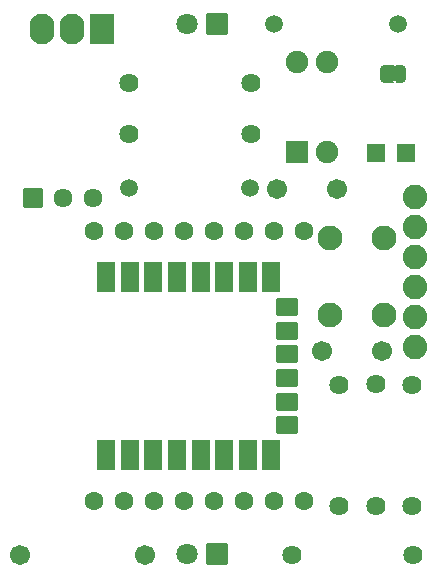
<source format=gts>
G04 Layer: TopSolderMaskLayer*
G04 EasyEDA v6.5.40, 2024-02-04 03:55:30*
G04 936758304a9441538e57e2a98c5da18a,153482dac41149f1974aef67bcea995d,10*
G04 Gerber Generator version 0.2*
G04 Scale: 100 percent, Rotated: No, Reflected: No *
G04 Dimensions in millimeters *
G04 leading zeros omitted , absolute positions ,4 integer and 5 decimal *
%FSLAX45Y45*%
%MOMM*%

%AMMACRO1*4,1,37,-0.2155,-0.7366,-0.5838,0,-0.2155,0.7366,0.2305,0.7366,0.261,0.7353,0.2938,0.7308,0.326,0.7231,0.3567,0.7125,0.3867,0.6995,0.4152,0.6835,0.4423,0.665,0.468,0.6439,0.4911,0.6208,0.5122,0.5951,0.5307,0.5679,0.5465,0.54,0.5599,0.5095,0.5704,0.4783,0.578,0.4465,0.5825,0.4138,0.5838,0.3833,0.5838,-0.4595,0.5714,-0.5004,0.5592,-0.5304,0.5444,-0.5585,0.5274,-0.5855,0.5079,-0.6109,0.4863,-0.634,0.4624,-0.6558,0.4368,-0.6751,0.4093,-0.6919,0.3806,-0.7061,0.3509,-0.7178,0.3207,-0.7267,0.2892,-0.733,0.2567,-0.7363,0.2287,-0.7366,-0.2155,-0.7366,0*%
%AMMACRO2*4,1,39,-0.2242,-0.7366,-0.2546,-0.7353,-0.2874,-0.7308,-0.3192,-0.7231,-0.3504,-0.7127,-0.3809,-0.6993,-0.4088,-0.6835,-0.436,-0.665,-0.4616,-0.6439,-0.4848,-0.6208,-0.5058,-0.5951,-0.5244,-0.5679,-0.5404,-0.5395,-0.5533,-0.5095,-0.564,-0.4788,-0.5716,-0.4465,-0.5762,-0.4138,-0.5775,-0.3833,-0.5775,0.3833,-0.5762,0.4138,-0.5716,0.4465,-0.564,0.4788,-0.5533,0.5095,-0.5404,0.5395,-0.5244,0.5679,-0.5058,0.5951,-0.4848,0.6208,-0.4616,0.6439,-0.436,0.665,-0.4088,0.6835,-0.3804,0.6995,-0.3504,0.7125,-0.3197,0.7231,-0.2874,0.7308,-0.2546,0.7353,-0.2242,0.7366,0.5775,0.7366,0.2092,0,0.5775,-0.7366,-0.2242,-0.7366,0*%
%AMMACRO3*1,1,$1,$2,$3*1,1,$1,$4,$5*1,1,$1,0-$2,0-$3*1,1,$1,0-$4,0-$5*20,1,$1,$2,$3,$4,$5,0*20,1,$1,$4,$5,0-$2,0-$3,0*20,1,$1,0-$2,0-$3,0-$4,0-$5,0*20,1,$1,0-$4,0-$5,$2,$3,0*4,1,4,$2,$3,$4,$5,0-$2,0-$3,0-$4,0-$5,$2,$3,0*%
%ADD10C,1.7016*%
%ADD11C,2.0828*%
%ADD12C,2.1016*%
%ADD13C,1.6256*%
%ADD14MACRO1*%
%ADD15MACRO2*%
%ADD16C,1.8016*%
%ADD17MACRO3,0.1016X0.85X0.85X0.85X-0.85*%
%ADD18MACRO3,0.1016X0.75X-0.75X-0.75X-0.75*%
%ADD19O,2.101596X2.601595*%
%ADD20MACRO3,0.1016X1.0008X-1.2497X-1.0008X-1.2497*%
%ADD21C,1.5016*%
%ADD22C,1.6080*%
%ADD23MACRO3,0.1016X-0.754X0.754X0.754X0.754*%
%ADD24C,1.6096*%
%ADD25C,1.9016*%
%ADD26MACRO3,0.1016X0.9X-0.9X-0.9X-0.9*%
%ADD27MACRO3,0.1016X0.7X1.25X0.7X-1.25*%
%ADD28MACRO3,0.1016X0.85X-0.7X-0.85X-0.7*%
%ADD29R,1.5016X2.6016*%

%LPD*%
G36*
X3327400Y4394200D02*
G01*
X3295650Y4330700D01*
X3327400Y4267200D01*
X3378200Y4267200D01*
X3346450Y4330700D01*
X3378200Y4394200D01*
G37*
D10*
G01*
X2743200Y1981200D03*
G01*
X3251200Y1981200D03*
D11*
G01*
X3530600Y2019300D03*
G01*
X3530600Y2273300D03*
G01*
X3530600Y2527300D03*
G01*
X3530600Y2781300D03*
G01*
X3530600Y3035300D03*
G01*
X3530600Y3289300D03*
D12*
G01*
X2810306Y2941193D03*
G01*
X2810306Y2291206D03*
G01*
X3260293Y2291206D03*
G01*
X3260293Y2941193D03*
D13*
G01*
X2882900Y1696110D03*
G01*
X2882900Y666089D03*
G01*
X3505200Y1696110D03*
G01*
X3505200Y666089D03*
G01*
X3194050Y1702460D03*
G01*
X3194050Y672439D03*
D10*
G01*
X2362200Y3352800D03*
G01*
X2870200Y3352800D03*
D14*
G01*
X3390303Y4330700D03*
D15*
G01*
X3292436Y4330700D03*
D16*
G01*
X1593850Y4749800D03*
D17*
G01*
X1847848Y4749798D03*
D16*
G01*
X1593850Y266700D03*
D17*
G01*
X1847848Y266698D03*
D18*
G01*
X3200400Y3657600D03*
G01*
X3454400Y3657600D03*
D19*
G01*
X622300Y4711700D03*
G01*
X368300Y4711700D03*
D20*
G01*
X876302Y4711697D03*
D13*
G01*
X2482189Y254000D03*
G01*
X3512210Y254000D03*
D10*
G01*
X186207Y254000D03*
G01*
X1236218Y254000D03*
D13*
G01*
X1103934Y3822700D03*
G01*
X2133955Y3822700D03*
D21*
G01*
X1108938Y3365500D03*
G01*
X2128951Y3365500D03*
D13*
G01*
X1103934Y4254500D03*
G01*
X2133955Y4254500D03*
D21*
G01*
X2332507Y4749800D03*
G01*
X3382492Y4749800D03*
D22*
G01*
X2590800Y2997200D03*
G01*
X2590800Y711200D03*
G01*
X812800Y2997200D03*
G01*
X1066800Y2997200D03*
G01*
X1320800Y2997200D03*
G01*
X1574800Y2997200D03*
G01*
X1828800Y2997200D03*
G01*
X2082800Y2997200D03*
G01*
X2336800Y2997200D03*
G01*
X812800Y711200D03*
G01*
X1066800Y711200D03*
G01*
X1320800Y711200D03*
G01*
X1574800Y711200D03*
G01*
X1828800Y711200D03*
G01*
X2082800Y711200D03*
G01*
X2336800Y711200D03*
D23*
G01*
X292100Y3276600D03*
D24*
G01*
X546100Y3276600D03*
G01*
X800100Y3276600D03*
D25*
G01*
X2781808Y3670300D03*
G01*
X2780791Y4432300D03*
G01*
X2526791Y4432300D03*
D26*
G01*
X2527805Y3670292D03*
D27*
G01*
X911339Y2609273D03*
G01*
X1111338Y2609248D03*
G01*
X1311338Y2609273D03*
G01*
X1511338Y2609197D03*
G01*
X1711337Y2609273D03*
G01*
X1911337Y2609349D03*
G01*
X2111336Y2609222D03*
G01*
X2311336Y2609070D03*
D28*
G01*
X2441425Y2353868D03*
G01*
X2441348Y2153869D03*
G01*
X2441348Y1953945D03*
G01*
X2441348Y1753869D03*
G01*
X2441298Y1553997D03*
G01*
X2441450Y1354201D03*
D29*
G01*
X2311323Y1099134D03*
G01*
X2111324Y1099057D03*
G01*
X1911350Y1099057D03*
G01*
X1711350Y1099057D03*
G01*
X1511350Y1099057D03*
G01*
X1311351Y1099057D03*
G01*
X1111351Y1099057D03*
G01*
X911352Y1099057D03*
M02*

</source>
